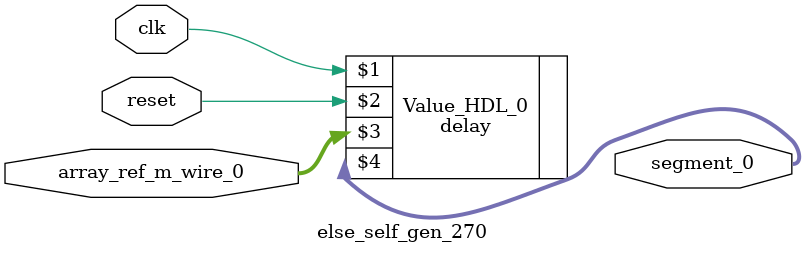
<source format=v>
module else_self_gen_270( input clk, input reset, input [31:0]array_ref_m_wire_0, output [31:0]segment_0); 
	wire [31:0]segment_0;
	//Proceed with segment_0 = array_ref_m_wire_0
	delay Value_HDL_0 ( clk, reset, array_ref_m_wire_0, segment_0);
endmodule
</source>
